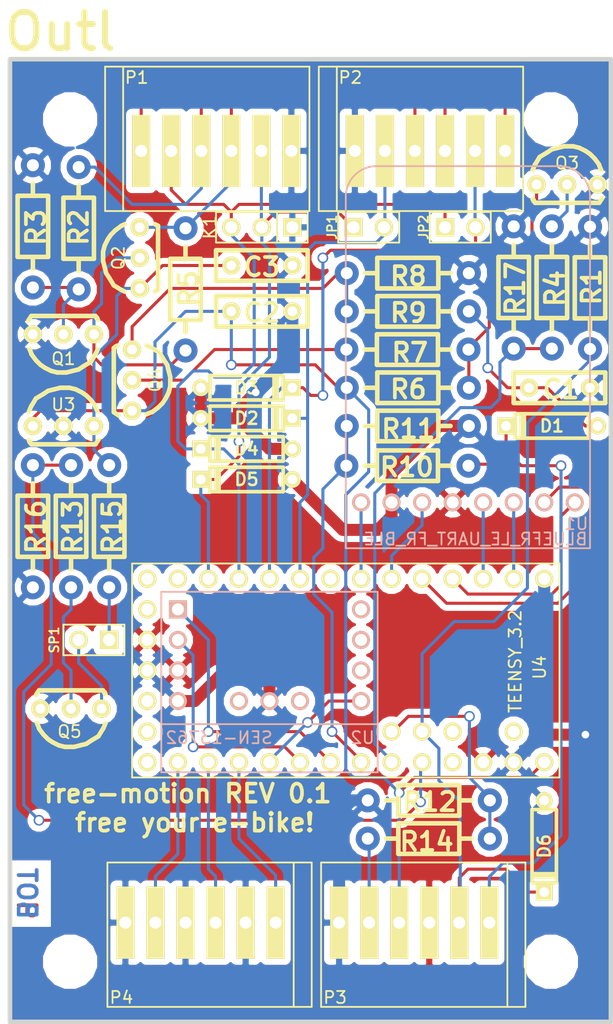
<source format=kicad_pcb>
(kicad_pcb (version 3) (host pcbnew "(2013-07-07 BZR 4022)-stable")
  (title_block (title freemotion) (rev 0.1))
  (layers (15 F.Cu signal) (0 B.Cu signal) (18 B.Paste user) (19 F.Paste user) (20 B.SilkS user) (21 F.SilkS user) (22 B.Mask user) (23 F.Mask user) (28 Edge.Cuts user))
  (net 0 "")
  (net 1 +12V)
  (net 2 +3.3V)
  (net 3 +5V)
  (net 4 AIN_C)
  (net 5 BLE_CTS)
  (net 6 BLE_DFU)
  (net 7 BLE_MOD)
  (net 8 BLE_RTS)
  (net 9 BLE_RXI)
  (net 10 BLE_TXO)
  (net 11 GND)
  (net 12 IMU_INT)
  (net 13 IMU_SCL)
  (net 14 IMU_SDA)
  (net 15 N-0000010)
  (net 16 N-0000011)
  (net 17 N-0000012)
  (net 18 N-0000013)
  (net 19 N-0000031)
  (net 20 N-0000033)
  (net 21 N-0000038)
  (net 22 N-0000043)
  (net 23 N-0000044)
  (net 24 N-0000046)
  (net 25 N-0000048)
  (net 26 N-000005)
  (net 27 N-0000051)
  (net 28 N-0000053)
  (net 29 N-0000054)
  (net 30 N-0000067)
  (net 31 N-000009)
  (net 32 PHD_C)
  (net 33 RXC)
  (net 34 RXD)
  (net 35 SPKR)
  (net 36 TMM_C)
  (net 37 TMM_FB)
  (net 38 TMM_OUT)
  (net 39 TXC)
  (net 40 TXD)
  (module Bluefruit_LE_UART (layer B.Cu) (at 165.735 80.01 180)
    (fp_text reference U1 (at -9.017 2.032 180) (layer B.SilkS) (effects (justify mirror)))
    (fp_text value BLUEFR_LE_UART_FR_BLE (at -0.635 0.762 180) (layer B.SilkS) (effects (justify mirror)))
    (pad 1 thru_hole circle (at -8.89 3.81 180) (size 1.5 1.5) (drill 1) (layers *.Cu *.Mask B.SilkS) (net 7 BLE_MOD))
    (pad 2 thru_hole circle (at -6.35 3.81 180) (size 1.5 1.5) (drill 1) (layers *.Cu *.Mask B.SilkS) (net 5 BLE_CTS))
    (pad 3 thru_hole circle (at -3.81 3.81 180) (size 1.5 1.5) (drill 1) (layers *.Cu *.Mask B.SilkS) (net 10 BLE_TXO))
    (pad 4 thru_hole circle (at -1.27 3.81 180) (size 1.5 1.5) (drill 1) (layers *.Cu *.Mask B.SilkS) (net 9 BLE_RXI))
    (pad 5 thru_hole circle (at 1.27 3.81 180) (size 1.5 1.5) (drill 1) (layers *.Cu *.Mask B.SilkS) (net 2 +3.3V))
    (pad 6 thru_hole circle (at 3.81 3.81 180) (size 1.5 1.5) (drill 1) (layers *.Cu *.Mask B.SilkS) (net 8 BLE_RTS))
    (pad 7 thru_hole circle (at 6.35 3.81 180) (size 1.5 1.5) (drill 1) (layers *.Cu *.Mask B.SilkS) (net 11 GND))
    (pad 8 thru_hole circle (at 8.89 3.81 180) (size 1.5 1.5) (drill 1) (layers *.Cu *.Mask B.SilkS) (net 6 BLE_DFU))
  )
  (module TO-92-FET-inline-wide-SGD (layer F.Cu) (at 138.43 55.88 180)
    (fp_text reference Q2 (at 1.778 0 270) (layer F.SilkS))
    (fp_text value LP0701N3-G hide)
    (pad G thru_hole circle (at 0 0 180) (size 1.524 1.524) (drill 0.8128) (layers *.Cu *.Mask F.SilkS) (net 18 N-0000013))
    (pad D thru_hole circle (at 0 2.54 180) (size 1.524 1.524) (drill 0.8128) (layers *.Cu *.Mask F.SilkS) (net 17 N-0000012))
    (pad S thru_hole circle (at 0 -2.54 180) (size 1.524 1.524) (drill 0.8128) (layers *.Cu *.Mask F.SilkS) (net 1 +12V))
  )
  (module Resistor_Horizontal_RM10mm_22Apr2011 (layer F.Cu) (at 129.54 53.34 90)
    (fp_text reference R3 (at 0 0.254 90) (layer F.SilkS) (effects (font (size 1.524 1.524) (thickness 0.3048))))
    (fp_text value 100R hide)
    (pad 1 thru_hole circle (at -5.00126 0 90) (size 1.99898 1.99898) (drill 1.00076) (layers *.Cu *.Mask) (net 15 N-0000010))
    (pad 2 thru_hole circle (at 5.15874 0 90) (size 1.99898 1.99898) (drill 1.00076) (layers *.Cu *.Mask) (net 11 GND))
  )
  (module Resistor_Horizontal_RM10mm_22Apr2011 (layer F.Cu) (at 132.715 78.105 270)
    (fp_text reference R13 (at 0.127 -0.127 270) (layer F.SilkS) (effects (font (size 1.524 1.524) (thickness 0.3048))))
    (fp_text value 1K hide)
    (pad 1 thru_hole circle (at -5.00126 0 270) (size 1.99898 1.99898) (drill 1.00076) (layers *.Cu *.Mask) (net 35 SPKR))
    (pad 2 thru_hole circle (at 5.15874 0 270) (size 1.99898 1.99898) (drill 1.00076) (layers *.Cu *.Mask) (net 19 N-0000031))
  )
  (module Resistor_Horizontal_RM10mm_22Apr2011 (layer F.Cu) (at 135.89 78.105 270)
    (fp_text reference R15 (at 0.127 -0.254 270) (layer F.SilkS) (effects (font (size 1.524 1.524) (thickness 0.3048))))
    (fp_text value 100R hide)
    (pad 1 thru_hole circle (at -5.00126 0 270) (size 1.99898 1.99898) (drill 1.00076) (layers *.Cu *.Mask) (net 1 +12V))
    (pad 2 thru_hole circle (at 5.15874 0 270) (size 1.99898 1.99898) (drill 1.00076) (layers *.Cu *.Mask) (net 27 N-0000051))
  )
  (module Resistor_Horizontal_RM10mm_22Apr2011 (layer F.Cu) (at 169.545 58.42 90)
    (fp_text reference R17 (at 0 0.127 90) (layer F.SilkS) (effects (font (size 1.524 1.524) (thickness 0.3048))))
    (fp_text value 1K1 hide)
    (pad 1 thru_hole circle (at -5.00126 0 90) (size 1.99898 1.99898) (drill 1.00076) (layers *.Cu *.Mask) (net 38 TMM_OUT))
    (pad 2 thru_hole circle (at 5.15874 0 90) (size 1.99898 1.99898) (drill 1.00076) (layers *.Cu *.Mask) (net 11 GND))
  )
  (module Resistor_Horizontal_RM10mm_22Apr2011 (layer F.Cu) (at 129.54 78.105 270)
    (fp_text reference R16 (at 0.127 -0.254 270) (layer F.SilkS) (effects (font (size 1.524 1.524) (thickness 0.3048))))
    (fp_text value 1K hide)
    (pad 1 thru_hole circle (at -5.00126 0 270) (size 1.99898 1.99898) (drill 1.00076) (layers *.Cu *.Mask) (net 35 SPKR))
    (pad 2 thru_hole circle (at 5.15874 0 270) (size 1.99898 1.99898) (drill 1.00076) (layers *.Cu *.Mask) (net 11 GND))
  )
  (module Resistor_Horizontal_RM10mm_22Apr2011 (layer F.Cu) (at 172.72 58.42 90)
    (fp_text reference R4 (at 0 0.254 90) (layer F.SilkS) (effects (font (size 1.524 1.524) (thickness 0.3048))))
    (fp_text value 1K hide)
    (pad 1 thru_hole circle (at -5.00126 0 90) (size 1.99898 1.99898) (drill 1.00076) (layers *.Cu *.Mask) (net 38 TMM_OUT))
    (pad 2 thru_hole circle (at 5.15874 0 90) (size 1.99898 1.99898) (drill 1.00076) (layers *.Cu *.Mask) (net 23 N-0000044))
  )
  (module Resistor_Horizontal_RM10mm_22Apr2011 (layer F.Cu) (at 160.655 57.15)
    (fp_text reference R8 (at 0.127 0.254) (layer F.SilkS) (effects (font (size 1.524 1.524) (thickness 0.3048))))
    (fp_text value 470R hide)
    (pad 1 thru_hole circle (at -5.00126 0) (size 1.99898 1.99898) (drill 1.00076) (layers *.Cu *.Mask) (net 25 N-0000048))
    (pad 2 thru_hole circle (at 5.15874 0) (size 1.99898 1.99898) (drill 1.00076) (layers *.Cu *.Mask) (net 11 GND))
  )
  (module Resistor_Horizontal_RM10mm_22Apr2011 (layer F.Cu) (at 160.782 63.5 180)
    (fp_text reference R7 (at -0.127 -0.254 180) (layer F.SilkS) (effects (font (size 1.524 1.524) (thickness 0.3048))))
    (fp_text value 1K hide)
    (pad 1 thru_hole circle (at -5.00126 0 180) (size 1.99898 1.99898) (drill 1.00076) (layers *.Cu *.Mask) (net 30 N-0000067))
    (pad 2 thru_hole circle (at 5.15874 0 180) (size 1.99898 1.99898) (drill 1.00076) (layers *.Cu *.Mask) (net 22 N-0000043))
  )
  (module Resistor_Horizontal_RM10mm_22Apr2011 (layer F.Cu) (at 160.655 60.325)
    (fp_text reference R9 (at 0.127 0.127) (layer F.SilkS) (effects (font (size 1.524 1.524) (thickness 0.3048))))
    (fp_text value 1K hide)
    (pad 1 thru_hole circle (at -5.00126 0) (size 1.99898 1.99898) (drill 1.00076) (layers *.Cu *.Mask) (net 25 N-0000048))
    (pad 2 thru_hole circle (at 5.15874 0) (size 1.99898 1.99898) (drill 1.00076) (layers *.Cu *.Mask) (net 21 N-0000038))
  )
  (module Resistor_Horizontal_RM10mm_22Apr2011 (layer F.Cu) (at 142.24 58.42 270)
    (fp_text reference R5 (at 0 -0.254 270) (layer F.SilkS) (effects (font (size 1.524 1.524) (thickness 0.3048))))
    (fp_text value 2K hide)
    (pad 1 thru_hole circle (at -5.00126 0 270) (size 1.99898 1.99898) (drill 1.00076) (layers *.Cu *.Mask) (net 17 N-0000012))
    (pad 2 thru_hole circle (at 5.15874 0 270) (size 1.99898 1.99898) (drill 1.00076) (layers *.Cu *.Mask) (net 18 N-0000013))
  )
  (module Resistor_Horizontal_RM10mm_22Apr2011 (layer F.Cu) (at 133.35 53.34 270)
    (fp_text reference R2 (at 0 0 270) (layer F.SilkS) (effects (font (size 1.524 1.524) (thickness 0.3048))))
    (fp_text value 1K hide)
    (pad 1 thru_hole circle (at -5.00126 0 270) (size 1.99898 1.99898) (drill 1.00076) (layers *.Cu *.Mask) (net 16 N-0000011))
    (pad 2 thru_hole circle (at 5.15874 0 270) (size 1.99898 1.99898) (drill 1.00076) (layers *.Cu *.Mask) (net 15 N-0000010))
  )
  (module Resistor_Horizontal_RM10mm_22Apr2011 (layer F.Cu) (at 160.782 73.152 180)
    (fp_text reference R10 (at 0.127 -0.127 180) (layer F.SilkS) (effects (font (size 1.524 1.524) (thickness 0.3048))))
    (fp_text value 3K9 hide)
    (pad 1 thru_hole circle (at -5.00126 0 180) (size 1.99898 1.99898) (drill 1.00076) (layers *.Cu *.Mask) (net 36 TMM_C))
    (pad 2 thru_hole circle (at 5.15874 0 180) (size 1.99898 1.99898) (drill 1.00076) (layers *.Cu *.Mask) (net 37 TMM_FB))
  )
  (module Resistor_Horizontal_RM10mm_22Apr2011 (layer F.Cu) (at 160.655 69.85)
    (fp_text reference R11 (at 0.127 0.254) (layer F.SilkS) (effects (font (size 1.524 1.524) (thickness 0.3048))))
    (fp_text value 2K hide)
    (pad 1 thru_hole circle (at -5.00126 0) (size 1.99898 1.99898) (drill 1.00076) (layers *.Cu *.Mask) (net 37 TMM_FB))
    (pad 2 thru_hole circle (at 5.15874 0) (size 1.99898 1.99898) (drill 1.00076) (layers *.Cu *.Mask) (net 11 GND))
  )
  (module Resistor_Horizontal_RM10mm_22Apr2011 (layer F.Cu) (at 162.56 104.14 180)
    (fp_text reference R14 (at 0.254 -0.254 180) (layer F.SilkS) (effects (font (size 1.524 1.524) (thickness 0.3048))))
    (fp_text value 3K9 hide)
    (pad 1 thru_hole circle (at -5.00126 0 180) (size 1.99898 1.99898) (drill 1.00076) (layers *.Cu *.Mask) (net 20 N-0000033))
    (pad 2 thru_hole circle (at 5.15874 0 180) (size 1.99898 1.99898) (drill 1.00076) (layers *.Cu *.Mask) (net 4 AIN_C))
  )
  (module Resistor_Horizontal_RM10mm_22Apr2011 (layer F.Cu) (at 162.56 100.965 180)
    (fp_text reference R12 (at 0 -0.127 180) (layer F.SilkS) (effects (font (size 1.524 1.524) (thickness 0.3048))))
    (fp_text value 2K hide)
    (pad 1 thru_hole circle (at -5.00126 0 180) (size 1.99898 1.99898) (drill 1.00076) (layers *.Cu *.Mask) (net 20 N-0000033))
    (pad 2 thru_hole circle (at 5.15874 0 180) (size 1.99898 1.99898) (drill 1.00076) (layers *.Cu *.Mask) (net 11 GND))
  )
  (module Resistor_Horizontal_RM10mm_22Apr2011 (layer F.Cu) (at 175.895 58.293 270)
    (fp_text reference R1 (at 0 -0.127 270) (layer F.SilkS) (effects (font (size 1.524 1.524) (thickness 0.3048))))
    (fp_text value 6K8 hide)
    (pad 1 thru_hole circle (at -5.00126 0 270) (size 1.99898 1.99898) (drill 1.00076) (layers *.Cu *.Mask) (net 11 GND))
    (pad 2 thru_hole circle (at 5.15874 0 270) (size 1.99898 1.99898) (drill 1.00076) (layers *.Cu *.Mask) (net 32 PHD_C))
  )
  (module Resistor_Horizontal_RM10mm_22Apr2011 (layer F.Cu) (at 160.655 66.675)
    (fp_text reference R6 (at 0.127 0.127) (layer F.SilkS) (effects (font (size 1.524 1.524) (thickness 0.3048))))
    (fp_text value 1K hide)
    (pad 1 thru_hole circle (at -5.00126 0) (size 1.99898 1.99898) (drill 1.00076) (layers *.Cu *.Mask) (net 3 +5V))
    (pad 2 thru_hole circle (at 5.15874 0) (size 1.99898 1.99898) (drill 1.00076) (layers *.Cu *.Mask) (net 30 N-0000067))
  )
  (module PIN_ARRAY_3X1 (layer F.Cu) (at 148.59 53.34 180)
    (fp_text reference K1 (at 4.318 0 270) (layer F.SilkS) (effects (font (size 1.016 1.016) (thickness 0.1524))))
    (fp_text value CONN_3 hide)
    (pad 1 thru_hole rect (at -2.54 0 180) (size 1.524 1.524) (drill 1.016) (layers *.Cu *.Mask F.SilkS) (net 11 GND))
    (pad 2 thru_hole circle (at 0 0 180) (size 1.524 1.524) (drill 1.016) (layers *.Cu *.Mask F.SilkS) (net 33 RXC))
    (pad 3 thru_hole circle (at 2.54 0 180) (size 1.524 1.524) (drill 1.016) (layers *.Cu *.Mask F.SilkS) (net 39 TXC))
  )
  (module PIN_ARRAY_2X1 (layer F.Cu) (at 134.62 87.63 180)
    (fp_text reference SP1 (at 3.302 0 270) (layer F.SilkS) (effects (font (size 0.762 0.762) (thickness 0.1524))))
    (fp_text value CPE-165 hide)
    (pad 1 thru_hole rect (at -1.27 0 180) (size 1.524 1.524) (drill 1.016) (layers *.Cu *.Mask F.SilkS) (net 27 N-0000051))
    (pad 2 thru_hole circle (at 1.27 0 180) (size 1.524 1.524) (drill 1.016) (layers *.Cu *.Mask F.SilkS) (net 31 N-000009))
  )
  (module PIN_ARRAY_2X1 (layer F.Cu) (at 165.1 53.34)
    (fp_text reference JP2 (at -3.048 0 90) (layer F.SilkS) (effects (font (size 0.762 0.762) (thickness 0.1524))))
    (fp_text value JUMPER hide)
    (pad 1 thru_hole rect (at -1.27 0) (size 1.524 1.524) (drill 1.016) (layers *.Cu *.Mask F.SilkS) (net 39 TXC))
    (pad 2 thru_hole circle (at 1.27 0) (size 1.524 1.524) (drill 1.016) (layers *.Cu *.Mask F.SilkS) (net 34 RXD))
  )
  (module PIN_ARRAY_2X1 (layer F.Cu) (at 157.48 53.34)
    (fp_text reference JP1 (at -3.048 0 90) (layer F.SilkS) (effects (font (size 0.762 0.762) (thickness 0.1524))))
    (fp_text value JUMPER hide)
    (pad 1 thru_hole rect (at -1.27 0) (size 1.524 1.524) (drill 1.016) (layers *.Cu *.Mask F.SilkS) (net 33 RXC))
    (pad 2 thru_hole circle (at 1.27 0) (size 1.524 1.524) (drill 1.016) (layers *.Cu *.Mask F.SilkS) (net 40 TXD))
  )
  (module D3 (layer F.Cu) (at 172.72 69.85 180)
    (fp_text reference D1 (at 0 0 180) (layer F.SilkS) (effects (font (size 1.016 1.016) (thickness 0.2032))))
    (fp_text value DIODE hide)
    (pad 2 thru_hole rect (at 3.81 0 180) (size 1.397 1.397) (drill 0.8128) (layers *.Cu *.Mask F.SilkS) (net 36 TMM_C))
    (pad 1 thru_hole circle (at -3.81 0 180) (size 1.397 1.397) (drill 0.8128) (layers *.Cu *.Mask F.SilkS) (net 21 N-0000038))
  )
  (module D3 (layer F.Cu) (at 147.32 74.295 180)
    (fp_text reference D5 (at 0 0 180) (layer F.SilkS) (effects (font (size 1.016 1.016) (thickness 0.2032))))
    (fp_text value "ZENER 5V" hide)
    (pad 2 thru_hole rect (at 3.81 0 180) (size 1.397 1.397) (drill 0.8128) (layers *.Cu *.Mask F.SilkS) (net 33 RXC))
    (pad 1 thru_hole circle (at -3.81 0 180) (size 1.397 1.397) (drill 0.8128) (layers *.Cu *.Mask F.SilkS) (net 11 GND))
  )
  (module D3 (layer F.Cu) (at 147.32 71.755 180)
    (fp_text reference D4 (at 0 0 180) (layer F.SilkS) (effects (font (size 1.016 1.016) (thickness 0.2032))))
    (fp_text value "ZENER 5V" hide)
    (pad 2 thru_hole rect (at 3.81 0 180) (size 1.397 1.397) (drill 0.8128) (layers *.Cu *.Mask F.SilkS) (net 39 TXC))
    (pad 1 thru_hole circle (at -3.81 0 180) (size 1.397 1.397) (drill 0.8128) (layers *.Cu *.Mask F.SilkS) (net 11 GND))
  )
  (module D3 (layer F.Cu) (at 147.32 69.215)
    (fp_text reference D2 (at 0 0) (layer F.SilkS) (effects (font (size 1.016 1.016) (thickness 0.2032))))
    (fp_text value "ZENER 5V" hide)
    (pad 2 thru_hole rect (at 3.81 0) (size 1.397 1.397) (drill 0.8128) (layers *.Cu *.Mask F.SilkS) (net 40 TXD))
    (pad 1 thru_hole circle (at -3.81 0) (size 1.397 1.397) (drill 0.8128) (layers *.Cu *.Mask F.SilkS) (net 11 GND))
  )
  (module D3 (layer F.Cu) (at 147.32 66.675)
    (fp_text reference D3 (at 0 0) (layer F.SilkS) (effects (font (size 1.016 1.016) (thickness 0.2032))))
    (fp_text value "ZENER 5V" hide)
    (pad 2 thru_hole rect (at 3.81 0) (size 1.397 1.397) (drill 0.8128) (layers *.Cu *.Mask F.SilkS) (net 34 RXD))
    (pad 1 thru_hole circle (at -3.81 0) (size 1.397 1.397) (drill 0.8128) (layers *.Cu *.Mask F.SilkS) (net 11 GND))
  )
  (module D3 (layer F.Cu) (at 172.085 104.775 270)
    (fp_text reference D6 (at 0 0 270) (layer F.SilkS) (effects (font (size 1.016 1.016) (thickness 0.2032))))
    (fp_text value "ZENER 5V" hide)
    (pad 2 thru_hole rect (at 3.81 0 270) (size 1.397 1.397) (drill 0.8128) (layers *.Cu *.Mask F.SilkS) (net 32 PHD_C))
    (pad 1 thru_hole circle (at -3.81 0 270) (size 1.397 1.397) (drill 0.8128) (layers *.Cu *.Mask F.SilkS) (net 11 GND))
  )
  (module Capacitor7x2.5RM5 (layer F.Cu) (at 146.05 60.325)
    (fp_text reference C2 (at 2.54 0.127) (layer F.SilkS) (effects (font (size 1.524 1.524) (thickness 0.3048))))
    (fp_text value 1uF hide)
    (pad 1 thru_hole circle (at 0 0) (size 1.50114 1.50114) (drill 0.8001) (layers *.Cu *.Mask F.SilkS) (net 3 +5V))
    (pad 2 thru_hole circle (at 5.08 0) (size 1.50114 1.50114) (drill 0.8001) (layers *.Cu *.Mask F.SilkS) (net 11 GND))
  )
  (module Capacitor7x2.5RM5 (layer F.Cu) (at 146.05 56.515)
    (fp_text reference C3 (at 2.54 0.127) (layer F.SilkS) (effects (font (size 1.524 1.524) (thickness 0.3048))))
    (fp_text value 1uF hide)
    (pad 1 thru_hole circle (at 0 0) (size 1.50114 1.50114) (drill 0.8001) (layers *.Cu *.Mask F.SilkS) (net 1 +12V))
    (pad 2 thru_hole circle (at 5.08 0) (size 1.50114 1.50114) (drill 0.8001) (layers *.Cu *.Mask F.SilkS) (net 11 GND))
  )
  (module Capacitor7x2.5RM5 (layer F.Cu) (at 170.815 66.675)
    (fp_text reference C1 (at 2.667 0.127) (layer F.SilkS) (effects (font (size 1.524 1.524) (thickness 0.3048))))
    (fp_text value 1uF hide)
    (pad 1 thru_hole circle (at 0 0) (size 1.50114 1.50114) (drill 0.8001) (layers *.Cu *.Mask F.SilkS) (net 21 N-0000038))
    (pad 2 thru_hole circle (at 5.08 0) (size 1.50114 1.50114) (drill 0.8001) (layers *.Cu *.Mask F.SilkS) (net 11 GND))
  )
  (module TO-92-Free-inline-wide (layer F.Cu) (at 132.715 93.345 270)
    (fp_text reference Q5 (at 1.905 0.127 360) (layer F.SilkS))
    (fp_text value BC547 hide)
    (pad 2 thru_hole circle (at 0 0 270) (size 1.524 1.524) (drill 0.8128) (layers *.Cu *.Mask F.SilkS) (net 19 N-0000031))
    (pad 3 thru_hole circle (at 0 2.54 270) (size 1.524 1.524) (drill 0.8128) (layers *.Cu *.Mask F.SilkS) (net 11 GND))
    (pad 1 thru_hole circle (at 0 -2.54 270) (size 1.524 1.524) (drill 0.8128) (layers *.Cu *.Mask F.SilkS) (net 31 N-000009))
  )
  (module TO-92-Free-inline-wide (layer F.Cu) (at 173.99 49.784 90)
    (fp_text reference Q3 (at 1.778 0 180) (layer F.SilkS))
    (fp_text value BC547 hide)
    (pad 2 thru_hole circle (at 0 0 90) (size 1.524 1.524) (drill 0.8128) (layers *.Cu *.Mask F.SilkS) (net 23 N-0000044))
    (pad 3 thru_hole circle (at 0 2.54 90) (size 1.524 1.524) (drill 0.8128) (layers *.Cu *.Mask F.SilkS) (net 11 GND))
    (pad 1 thru_hole circle (at 0 -2.54 90) (size 1.524 1.524) (drill 0.8128) (layers *.Cu *.Mask F.SilkS) (net 30 N-0000067))
  )
  (module TO-92-Free-inline-wide (layer F.Cu) (at 132.08 62.23 270)
    (fp_text reference Q1 (at 2.032 0 360) (layer F.SilkS))
    (fp_text value BC547 hide)
    (pad 2 thru_hole circle (at 0 0 270) (size 1.524 1.524) (drill 0.8128) (layers *.Cu *.Mask F.SilkS) (net 15 N-0000010))
    (pad 3 thru_hole circle (at 0 2.54 270) (size 1.524 1.524) (drill 0.8128) (layers *.Cu *.Mask F.SilkS) (net 11 GND))
    (pad 1 thru_hole circle (at 0 -2.54 270) (size 1.524 1.524) (drill 0.8128) (layers *.Cu *.Mask F.SilkS) (net 18 N-0000013))
  )
  (module TO-92-Free-inline-wide (layer F.Cu) (at 137.795 66.04)
    (fp_text reference Q4 (at 1.905 0 90) (layer F.SilkS))
    (fp_text value BC557 hide)
    (pad 2 thru_hole circle (at 0 0) (size 1.524 1.524) (drill 0.8128) (layers *.Cu *.Mask F.SilkS) (net 22 N-0000043))
    (pad 3 thru_hole circle (at 0 2.54) (size 1.524 1.524) (drill 0.8128) (layers *.Cu *.Mask F.SilkS) (net 3 +5V))
    (pad 1 thru_hole circle (at 0 -2.54) (size 1.524 1.524) (drill 0.8128) (layers *.Cu *.Mask F.SilkS) (net 25 N-0000048))
  )
  (module Phoenix_PTFSA_0.5 (layer F.Cu) (at 146.05 46.99)
    (fp_text reference P1 (at -7.874 -6.096) (layer F.SilkS))
    (fp_text value PHOENIX1989780 hide)
    (pad 1 thru_hole rect (at -7.5 0) (size 1.5 6) (drill 1) (layers *.Cu *.Mask F.SilkS) (net 26 N-000005))
    (pad 2 thru_hole rect (at -5 0) (size 1.5 6) (drill 1) (layers *.Cu *.Mask F.SilkS) (net 39 TXC))
    (pad 3 thru_hole rect (at -2.5 0) (size 1.5 6) (drill 1) (layers *.Cu *.Mask F.SilkS) (net 16 N-0000011))
    (pad 4 thru_hole rect (at 0 0) (size 1.5 6) (drill 1) (layers *.Cu *.Mask F.SilkS) (net 17 N-0000012))
    (pad 5 thru_hole rect (at 2.5 0) (size 1.5 6) (drill 1) (layers *.Cu *.Mask F.SilkS) (net 33 RXC))
    (pad 6 thru_hole rect (at 5 0) (size 1.5 6) (drill 1) (layers *.Cu *.Mask F.SilkS) (net 11 GND))
  )
  (module Phoenix_PTFSA_0.5 (layer F.Cu) (at 163.83 46.99)
    (fp_text reference P2 (at -7.874 -6.096) (layer F.SilkS))
    (fp_text value PHOENIX1989780 hide)
    (pad 1 thru_hole rect (at -7.5 0) (size 1.5 6) (drill 1) (layers *.Cu *.Mask F.SilkS) (net 11 GND))
    (pad 2 thru_hole rect (at -5 0) (size 1.5 6) (drill 1) (layers *.Cu *.Mask F.SilkS) (net 40 TXD))
    (pad 3 thru_hole rect (at -2.5 0) (size 1.5 6) (drill 1) (layers *.Cu *.Mask F.SilkS) (net 17 N-0000012))
    (pad 4 thru_hole rect (at 0 0) (size 1.5 6) (drill 1) (layers *.Cu *.Mask F.SilkS) (net 16 N-0000011))
    (pad 5 thru_hole rect (at 2.5 0) (size 1.5 6) (drill 1) (layers *.Cu *.Mask F.SilkS) (net 34 RXD))
    (pad 6 thru_hole rect (at 5 0) (size 1.5 6) (drill 1) (layers *.Cu *.Mask F.SilkS) (net 26 N-000005))
  )
  (module Phoenix_PTFSA_0.5 (layer F.Cu) (at 160.02 111.125 180)
    (fp_text reference P3 (at 5.334 -6.223 180) (layer F.SilkS))
    (fp_text value PHOENIX1989780 hide)
    (pad 1 thru_hole rect (at -7.5 0 180) (size 1.5 6) (drill 1) (layers *.Cu *.Mask F.SilkS) (net 36 TMM_C))
    (pad 2 thru_hole rect (at -5 0 180) (size 1.5 6) (drill 1) (layers *.Cu *.Mask F.SilkS) (net 32 PHD_C))
    (pad 3 thru_hole rect (at -2.5 0 180) (size 1.5 6) (drill 1) (layers *.Cu *.Mask F.SilkS) (net 2 +3.3V))
    (pad 4 thru_hole rect (at 0 0 180) (size 1.5 6) (drill 1) (layers *.Cu *.Mask F.SilkS) (net 3 +5V))
    (pad 5 thru_hole rect (at 2.5 0 180) (size 1.5 6) (drill 1) (layers *.Cu *.Mask F.SilkS) (net 4 AIN_C))
    (pad 6 thru_hole rect (at 5 0 180) (size 1.5 6) (drill 1) (layers *.Cu *.Mask F.SilkS) (net 11 GND))
  )
  (module Phoenix_PTFSA_0.5 (layer F.Cu) (at 142.24 111.125 180)
    (fp_text reference P4 (at 5.334 -6.223 180) (layer F.SilkS))
    (fp_text value PHOENIX1989780 hide)
    (pad 1 thru_hole rect (at -7.5 0 180) (size 1.5 6) (drill 1) (layers *.Cu *.Mask F.SilkS) (net 28 N-0000053))
    (pad 2 thru_hole rect (at -5 0 180) (size 1.5 6) (drill 1) (layers *.Cu *.Mask F.SilkS) (net 11 GND))
    (pad 3 thru_hole rect (at -2.5 0 180) (size 1.5 6) (drill 1) (layers *.Cu *.Mask F.SilkS) (net 29 N-0000054))
    (pad 4 thru_hole rect (at 0 0 180) (size 1.5 6) (drill 1) (layers *.Cu *.Mask F.SilkS) (net 11 GND))
    (pad 5 thru_hole rect (at 2.5 0 180) (size 1.5 6) (drill 1) (layers *.Cu *.Mask F.SilkS) (net 24 N-0000046))
    (pad 6 thru_hole rect (at 5 0 180) (size 1.5 6) (drill 1) (layers *.Cu *.Mask F.SilkS) (net 11 GND))
  )
  (module SEN-13762 (layer B.Cu) (at 149.225 90.17)
    (fp_text reference U2 (at 7.747 5.588) (layer B.SilkS) (effects (justify mirror)))
    (fp_text value SEN-13762 (at -4.191 5.588) (layer B.SilkS) (effects (justify mirror)))
    (pad 1 thru_hole rect (at -7.62 -5.08) (size 1.5 1.5) (drill 1) (layers *.Cu *.Mask B.SilkS) (net 13 IMU_SCL))
    (pad 2 thru_hole circle (at -7.62 -2.54) (size 1.5 1.5) (drill 1) (layers *.Cu *.Mask B.SilkS) (net 14 IMU_SDA))
    (pad 3 thru_hole circle (at -7.62 0) (size 1.5 1.5) (drill 1) (layers *.Cu *.Mask B.SilkS) (net 2 +3.3V))
    (pad 4 thru_hole circle (at -7.62 2.54) (size 1.5 1.5) (drill 1) (layers *.Cu *.Mask B.SilkS) (net 11 GND))
    (pad 5 thru_hole circle (at -2.54 2.54) (size 1.5 1.5) (drill 1) (layers *.Cu *.Mask B.SilkS))
    (pad 6 thru_hole circle (at 0 2.54) (size 1.5 1.5) (drill 1) (layers *.Cu *.Mask B.SilkS) (net 11 GND))
    (pad 7 thru_hole circle (at 2.54 2.54) (size 1.5 1.5) (drill 1) (layers *.Cu *.Mask B.SilkS))
    (pad 8 thru_hole circle (at 7.62 2.54) (size 1.5 1.5) (drill 1) (layers *.Cu *.Mask B.SilkS) (net 12 IMU_INT))
    (pad 9 thru_hole circle (at 7.62 0) (size 1.5 1.5) (drill 1) (layers *.Cu *.Mask B.SilkS))
    (pad 10 thru_hole circle (at 7.62 -2.54) (size 1.5 1.5) (drill 1) (layers *.Cu *.Mask B.SilkS))
    (pad 11 thru_hole circle (at 7.62 -5.08) (size 1.5 1.5) (drill 1) (layers *.Cu *.Mask B.SilkS))
  )
  (module TO-92-LM78L05 (layer F.Cu) (at 132.08 69.85 90)
    (fp_text reference U3 (at 1.778 0 180) (layer F.SilkS))
    (fp_text value 78L05 hide)
    (pad GND thru_hole circle (at 0 0 90) (size 1.524 1.524) (drill 0.8128) (layers *.Cu *.Mask F.SilkS) (net 11 GND))
    (pad VI thru_hole circle (at 0 2.54 90) (size 1.524 1.524) (drill 0.8128) (layers *.Cu *.Mask F.SilkS) (net 1 +12V))
    (pad VO thru_hole circle (at 0 -2.54 90) (size 1.524 1.524) (drill 0.8128) (layers *.Cu *.Mask F.SilkS) (net 3 +5V))
  )
  (module TEENSY3.2 (layer F.Cu) (at 172.085 82.55 270)
    (fp_text reference U4 (at 7.366 0.381 270) (layer F.SilkS))
    (fp_text value TEENSY_3.2 (at 6.858 2.413 270) (layer F.SilkS))
    (pad 1 thru_hole circle (at 0 0 270) (size 1.5 1.5) (drill 1) (layers *.Cu *.Mask F.SilkS) (net 11 GND))
    (pad 2 thru_hole circle (at 0 2.54 270) (size 1.5 1.5) (drill 1) (layers *.Cu *.Mask F.SilkS) (net 10 BLE_TXO))
    (pad 3 thru_hole circle (at 0 5.08 270) (size 1.5 1.5) (drill 1) (layers *.Cu *.Mask F.SilkS) (net 9 BLE_RXI))
    (pad 4 thru_hole circle (at 0 7.62 270) (size 1.5 1.5) (drill 1) (layers *.Cu *.Mask F.SilkS) (net 7 BLE_MOD))
    (pad 5 thru_hole circle (at 0 10.16 270) (size 1.5 1.5) (drill 1) (layers *.Cu *.Mask F.SilkS) (net 5 BLE_CTS))
    (pad 6 thru_hole circle (at 0 12.7 270) (size 1.5 1.5) (drill 1) (layers *.Cu *.Mask F.SilkS) (net 8 BLE_RTS))
    (pad 7 thru_hole circle (at 0 15.24 270) (size 1.5 1.5) (drill 1) (layers *.Cu *.Mask F.SilkS) (net 6 BLE_DFU))
    (pad 8 thru_hole circle (at 0 17.78 270) (size 1.5 1.5) (drill 1) (layers *.Cu *.Mask F.SilkS))
    (pad 9 thru_hole circle (at 0 20.32 270) (size 1.5 1.5) (drill 1) (layers *.Cu *.Mask F.SilkS) (net 40 TXD))
    (pad 10 thru_hole circle (at 0 22.86 270) (size 1.5 1.5) (drill 1) (layers *.Cu *.Mask F.SilkS) (net 34 RXD))
    (pad 11 thru_hole circle (at 0 25.4 270) (size 1.5 1.5) (drill 1) (layers *.Cu *.Mask F.SilkS) (net 39 TXC))
    (pad 12 thru_hole circle (at 0 27.94 270) (size 1.5 1.5) (drill 1) (layers *.Cu *.Mask F.SilkS) (net 33 RXC))
    (pad 13 thru_hole circle (at 0 30.48 270) (size 1.5 1.5) (drill 1) (layers *.Cu *.Mask F.SilkS))
    (pad 47 thru_hole circle (at 2.54 33.02 270) (size 1.5 1.5) (drill 1) (layers *.Cu *.Mask F.SilkS))
    (pad 46 thru_hole circle (at 12.7 2.54 270) (size 1.5 1.5) (drill 1) (layers *.Cu *.Mask F.SilkS))
    (pad 48 thru_hole circle (at 5.08 33.02 270) (size 1.5 1.5) (drill 1) (layers *.Cu *.Mask F.SilkS) (net 2 +3.3V))
    (pad 49 thru_hole circle (at 7.62 33.02 270) (size 1.5 1.5) (drill 1) (layers *.Cu *.Mask F.SilkS) (net 11 GND))
    (pad 50 thru_hole circle (at 10.16 33.02 270) (size 1.5 1.5) (drill 1) (layers *.Cu *.Mask F.SilkS))
    (pad 51 thru_hole circle (at 12.7 33.02 270) (size 1.5 1.5) (drill 1) (layers *.Cu *.Mask F.SilkS))
    (pad 15 thru_hole circle (at 15.24 33.02 270) (size 1.5 1.5) (drill 1) (layers *.Cu *.Mask F.SilkS))
    (pad 16 thru_hole circle (at 15.24 30.48 270) (size 1.5 1.5) (drill 1) (layers *.Cu *.Mask F.SilkS) (net 24 N-0000046))
    (pad 17 thru_hole circle (at 15.24 27.94 270) (size 1.5 1.5) (drill 1) (layers *.Cu *.Mask F.SilkS) (net 29 N-0000054))
    (pad 18 thru_hole circle (at 15.24 25.4 270) (size 1.5 1.5) (drill 1) (layers *.Cu *.Mask F.SilkS) (net 28 N-0000053))
    (pad 19 thru_hole circle (at 15.24 22.86 270) (size 1.5 1.5) (drill 1) (layers *.Cu *.Mask F.SilkS) (net 12 IMU_INT))
    (pad 20 thru_hole circle (at 15.24 20.32 270) (size 1.5 1.5) (drill 1) (layers *.Cu *.Mask F.SilkS) (net 14 IMU_SDA))
    (pad 21 thru_hole circle (at 15.24 17.78 270) (size 1.5 1.5) (drill 1) (layers *.Cu *.Mask F.SilkS) (net 13 IMU_SCL))
    (pad 22 thru_hole circle (at 15.24 15.24 270) (size 1.5 1.5) (drill 1) (layers *.Cu *.Mask F.SilkS) (net 37 TMM_FB))
    (pad 23 thru_hole circle (at 15.24 12.7 270) (size 1.5 1.5) (drill 1) (layers *.Cu *.Mask F.SilkS) (net 38 TMM_OUT))
    (pad 24 thru_hole circle (at 15.24 10.16 270) (size 1.5 1.5) (drill 1) (layers *.Cu *.Mask F.SilkS) (net 35 SPKR))
    (pad 25 thru_hole circle (at 15.24 7.62 270) (size 1.5 1.5) (drill 1) (layers *.Cu *.Mask F.SilkS))
    (pad 26 thru_hole circle (at 15.24 5.08 270) (size 1.5 1.5) (drill 1) (layers *.Cu *.Mask F.SilkS) (net 2 +3.3V))
    (pad 27 thru_hole circle (at 15.24 2.54 270) (size 1.5 1.5) (drill 1) (layers *.Cu *.Mask F.SilkS) (net 11 GND))
    (pad 14 thru_hole circle (at 0 33.02 270) (size 1.5 1.5) (drill 1) (layers *.Cu *.Mask F.SilkS))
    (pad 28 thru_hole circle (at 15.24 0 270) (size 1.5 1.5) (drill 1) (layers *.Cu *.Mask F.SilkS) (net 3 +5V))
    (pad 43 thru_hole circle (at 12.7 12.7 270) (size 1.5 1.5) (drill 1) (layers *.Cu *.Mask F.SilkS) (net 20 N-0000033))
    (pad 44 thru_hole circle (at 12.7 10.16 270) (size 1.5 1.5) (drill 1) (layers *.Cu *.Mask F.SilkS) (net 32 PHD_C))
    (pad 45 thru_hole circle (at 12.7 7.62 270) (size 1.5 1.5) (drill 1) (layers *.Cu *.Mask F.SilkS))
  )
  (module EuroBoard_viertel_Type-I_80mmX50mm_holes (layer F.Cu) (at 127.635 39.37 270)
    (fp_text reference Outl (at -2.286 -4.191 360) (layer F.SilkS) (effects (font (size 2.99974 2.99974) (thickness 0.50038))))
    (fp_text value EuroBoard_viertel_Type-I_80mmX50mm_holes hide)
    (fp_line (start 0 0) (end 0 -49.9999) (layer Edge.Cuts) (width 0.381))
    (fp_line (start 0 -49.9999) (end 79.99984 -49.9999) (layer Edge.Cuts) (width 0.381))
    (fp_line (start 79.99984 -49.9999) (end 79.99984 0) (layer Edge.Cuts) (width 0.381))
    (fp_line (start 79.99984 0) (end 0 0) (layer Edge.Cuts) (width 0.381))
    (pad "" np_thru_hole circle (at 5.00126 -5.00126 270) (size 3.50012 3.50012) (drill 3.50012) (layers *.Cu *.Mask F.SilkS))
    (pad "" np_thru_hole circle (at 5.00126 -45.00118 270) (size 3.50012 3.50012) (drill 3.50012) (layers *.Cu *.Mask F.SilkS))
    (pad "" np_thru_hole circle (at 75.00112 -45.00118 270) (size 3.50012 3.50012) (drill 3.50012) (layers *.Cu *.Mask F.SilkS))
    (pad "" np_thru_hole circle (at 75.00112 -5.00126 270) (size 3.50012 3.50012) (drill 3.50012) (layers *.Cu *.Mask F.SilkS))
  )
  (gr_text BOT (at 129.032 108.712 270) (layer B.Cu) (effects (font (size 1.5 1.5) (thickness 0.3)) (justify mirror)))
  (gr_text TOP (at 129.032 108.712 270) (layer F.Cu) (effects (font (size 1.5 1.5) (thickness 0.3))))
  (gr_text "free-motion REV 0.1 \nfree your e-bike!" (at 143.002 101.6) (layer F.SilkS) (effects (font (size 1.5 1.5) (thickness 0.3))))
  (segment (start 134.62 69.85) (end 134.62 64.135) (width 0.254) (layer B.Cu) (net 1))
  (segment (start 137.16 58.42) (end 138.43 58.42) (width 0.254) (layer B.Cu) (net 1))
  (segment (start 136.525 59.055) (end 137.16 58.42) (width 0.254) (layer B.Cu) (net 1))
  (segment (start 136.525 62.23) (end 136.525 59.055) (width 0.254) (layer B.Cu) (net 1))
  (segment (start 134.62 64.135) (end 136.525 62.23) (width 0.254) (layer B.Cu) (net 1))
  (segment (start 134.62 69.85) (end 134.62 71.83374) (width 0.254) (layer B.Cu) (net 1))
  (segment (start 134.62 71.83374) (end 135.89 73.10374) (width 0.254) (layer B.Cu) (net 1))
  (segment (start 146.05 56.515) (end 140.335 56.515) (width 0.254) (layer F.Cu) (net 1))
  (segment (start 140.335 56.515) (end 138.43 58.42) (width 0.254) (layer F.Cu) (net 1))
  (segment (start 172.085 97.79) (end 170.815 99.06) (width 0.254) (layer F.Cu) (net 3))
  (via (at 160.02 100.33) (size 0.889) (layers F.Cu B.Cu) (net 3))
  (segment (start 161.29 99.06) (end 160.02 100.33) (width 0.254) (layer F.Cu) (net 3))
  (segment (start 170.815 99.06) (end 161.29 99.06) (width 0.254) (layer F.Cu) (net 3))
  (segment (start 155.65374 66.675) (end 157.48 68.50126) (width 0.254) (layer B.Cu) (net 3))
  (segment (start 160.02 100.33) (end 160.02 111.125) (width 0.254) (layer B.Cu) (net 3))
  (segment (start 158.75 99.06) (end 160.02 100.33) (width 0.254) (layer B.Cu) (net 3))
  (segment (start 158.115 99.06) (end 158.75 99.06) (width 0.254) (layer B.Cu) (net 3))
  (segment (start 156.21 99.06) (end 158.115 99.06) (width 0.254) (layer B.Cu) (net 3))
  (segment (start 155.575 98.425) (end 156.21 99.06) (width 0.254) (layer B.Cu) (net 3))
  (segment (start 155.575 75.565) (end 155.575 98.425) (width 0.254) (layer B.Cu) (net 3))
  (segment (start 156.21 74.93) (end 155.575 75.565) (width 0.254) (layer B.Cu) (net 3))
  (segment (start 157.48 73.66) (end 156.21 74.93) (width 0.254) (layer B.Cu) (net 3))
  (segment (start 157.48 68.50126) (end 157.48 73.66) (width 0.254) (layer B.Cu) (net 3))
  (segment (start 155.65374 66.675) (end 154.94 66.675) (width 0.254) (layer F.Cu) (net 3))
  (segment (start 146.05 64.77) (end 146.05 60.325) (width 0.254) (layer B.Cu) (net 3))
  (via (at 146.05 64.77) (size 0.889) (layers F.Cu B.Cu) (net 3))
  (segment (start 153.035 64.77) (end 146.05 64.77) (width 0.254) (layer F.Cu) (net 3))
  (segment (start 154.94 66.675) (end 153.035 64.77) (width 0.254) (layer F.Cu) (net 3))
  (segment (start 146.05 60.325) (end 142.24 60.325) (width 0.254) (layer B.Cu) (net 3))
  (segment (start 138.938 68.58) (end 137.795 68.58) (width 0.254) (layer B.Cu) (net 3))
  (segment (start 139.7 67.818) (end 138.938 68.58) (width 0.254) (layer B.Cu) (net 3))
  (segment (start 139.7 62.865) (end 139.7 67.818) (width 0.254) (layer B.Cu) (net 3))
  (segment (start 142.24 60.325) (end 139.7 62.865) (width 0.254) (layer B.Cu) (net 3))
  (segment (start 129.54 69.85) (end 129.54 69.215) (width 0.254) (layer F.Cu) (net 3))
  (segment (start 130.175 68.58) (end 137.795 68.58) (width 0.254) (layer F.Cu) (net 3))
  (segment (start 129.54 69.215) (end 130.175 68.58) (width 0.254) (layer F.Cu) (net 3))
  (segment (start 157.52 111.125) (end 157.52 104.25874) (width 0.254) (layer B.Cu) (net 4))
  (segment (start 157.52 104.25874) (end 157.40126 104.14) (width 0.254) (layer B.Cu) (net 4))
  (segment (start 172.085 76.2) (end 173.355 74.93) (width 0.254) (layer F.Cu) (net 5))
  (segment (start 163.957 84.582) (end 161.925 82.55) (width 0.254) (layer F.Cu) (net 5))
  (segment (start 173.228 84.582) (end 163.957 84.582) (width 0.254) (layer F.Cu) (net 5))
  (segment (start 174.244 83.566) (end 173.228 84.582) (width 0.254) (layer F.Cu) (net 5))
  (segment (start 174.244 78.74) (end 174.244 83.566) (width 0.254) (layer F.Cu) (net 5))
  (segment (start 176.022 76.962) (end 174.244 78.74) (width 0.254) (layer F.Cu) (net 5))
  (segment (start 176.022 75.692) (end 176.022 76.962) (width 0.254) (layer F.Cu) (net 5))
  (segment (start 175.26 74.93) (end 176.022 75.692) (width 0.254) (layer F.Cu) (net 5))
  (segment (start 173.355 74.93) (end 175.26 74.93) (width 0.254) (layer F.Cu) (net 5))
  (segment (start 156.845 76.2) (end 156.845 82.55) (width 0.254) (layer B.Cu) (net 6))
  (segment (start 174.625 76.2) (end 173.482 77.343) (width 0.254) (layer F.Cu) (net 7))
  (segment (start 165.735 83.82) (end 164.465 82.55) (width 0.254) (layer F.Cu) (net 7))
  (segment (start 172.72 83.82) (end 165.735 83.82) (width 0.254) (layer F.Cu) (net 7))
  (segment (start 173.482 83.058) (end 172.72 83.82) (width 0.254) (layer F.Cu) (net 7))
  (segment (start 173.482 77.343) (end 173.482 83.058) (width 0.254) (layer F.Cu) (net 7))
  (segment (start 161.925 76.2) (end 161.925 78.105) (width 0.254) (layer B.Cu) (net 8))
  (segment (start 159.385 80.645) (end 159.385 82.55) (width 0.254) (layer B.Cu) (net 8))
  (segment (start 161.925 78.105) (end 159.385 80.645) (width 0.254) (layer B.Cu) (net 8))
  (segment (start 167.005 76.2) (end 167.005 82.55) (width 0.254) (layer B.Cu) (net 9))
  (segment (start 169.545 76.2) (end 169.545 82.55) (width 0.254) (layer B.Cu) (net 10))
  (segment (start 143.51 69.215) (end 143.51 66.675) (width 1) (layer F.Cu) (net 11))
  (segment (start 151.13 60.325) (end 151.13 64.008) (width 1) (layer B.Cu) (net 11))
  (segment (start 146.685 68.453) (end 146.685 69.215) (width 1) (layer F.Cu) (net 11))
  (segment (start 148.082 67.056) (end 146.685 68.453) (width 1) (layer F.Cu) (net 11))
  (via (at 148.082 67.056) (size 0.889) (layers F.Cu B.Cu) (net 11))
  (segment (start 151.13 64.008) (end 148.082 67.056) (width 1) (layer B.Cu) (net 11))
  (segment (start 169.545 97.79) (end 171.831 95.504) (width 1) (layer F.Cu) (net 11))
  (via (at 175.514 95.504) (size 0.889) (layers F.Cu B.Cu) (net 11))
  (segment (start 171.831 95.504) (end 175.514 95.504) (width 1) (layer F.Cu) (net 11))
  (segment (start 157.40126 100.965) (end 156.083 100.965) (width 1) (layer B.Cu) (net 11))
  (segment (start 155.02 102.028) (end 155.02 111.125) (width 1) (layer B.Cu) (net 11))
  (segment (start 156.083 100.965) (end 155.02 102.028) (width 1) (layer B.Cu) (net 11))
  (segment (start 172.085 82.55) (end 172.085 95.25) (width 1) (layer B.Cu) (net 11))
  (segment (start 172.085 95.25) (end 169.545 97.79) (width 1) (layer B.Cu) (net 11))
  (segment (start 143.51 69.215) (end 146.685 69.215) (width 1) (layer F.Cu) (net 11))
  (segment (start 149.225 71.755) (end 151.13 71.755) (width 1) (layer F.Cu) (net 11))
  (segment (start 146.685 69.215) (end 149.225 71.755) (width 1) (layer F.Cu) (net 11))
  (segment (start 151.13 74.295) (end 155.321 78.486) (width 1) (layer F.Cu) (net 11))
  (segment (start 163.322 69.85) (end 165.81374 69.85) (width 1) (layer F.Cu) (net 11))
  (segment (start 159.385 73.787) (end 163.322 69.85) (width 1) (layer F.Cu) (net 11))
  (segment (start 159.385 77.343) (end 159.385 73.787) (width 1) (layer F.Cu) (net 11))
  (segment (start 158.242 78.486) (end 159.385 77.343) (width 1) (layer F.Cu) (net 11))
  (segment (start 155.321 78.486) (end 158.242 78.486) (width 1) (layer F.Cu) (net 11))
  (segment (start 141.605 92.71) (end 143.002 92.71) (width 1) (layer F.Cu) (net 11))
  (segment (start 149.225 91.313) (end 149.225 92.71) (width 1) (layer F.Cu) (net 11))
  (segment (start 148.59 90.678) (end 149.225 91.313) (width 1) (layer F.Cu) (net 11))
  (segment (start 145.034 90.678) (end 148.59 90.678) (width 1) (layer F.Cu) (net 11))
  (segment (start 143.002 92.71) (end 145.034 90.678) (width 1) (layer F.Cu) (net 11))
  (segment (start 156.845 92.71) (end 154.178 92.71) (width 0.254) (layer F.Cu) (net 12))
  (segment (start 149.225 97.663) (end 149.225 97.79) (width 0.254) (layer B.Cu) (net 12))
  (segment (start 152.4 94.488) (end 149.225 97.663) (width 0.254) (layer B.Cu) (net 12))
  (via (at 152.4 94.488) (size 0.889) (layers F.Cu B.Cu) (net 12))
  (segment (start 154.178 92.71) (end 152.4 94.488) (width 0.254) (layer F.Cu) (net 12))
  (segment (start 141.605 85.09) (end 143.51 86.995) (width 0.254) (layer B.Cu) (net 13))
  (segment (start 151.765 95.25) (end 154.305 97.79) (width 0.254) (layer F.Cu) (net 13))
  (segment (start 144.145 95.25) (end 151.765 95.25) (width 0.254) (layer F.Cu) (net 13))
  (via (at 144.145 95.25) (size 0.889) (layers F.Cu B.Cu) (net 13))
  (segment (start 144.145 87.63) (end 144.145 95.25) (width 0.254) (layer B.Cu) (net 13))
  (segment (start 143.51 86.995) (end 144.145 87.63) (width 0.254) (layer B.Cu) (net 13))
  (segment (start 141.605 87.63) (end 142.875 88.9) (width 0.254) (layer B.Cu) (net 14))
  (segment (start 150.495 96.52) (end 151.765 97.79) (width 0.254) (layer F.Cu) (net 14))
  (segment (start 142.875 96.52) (end 150.495 96.52) (width 0.254) (layer F.Cu) (net 14))
  (via (at 142.875 96.52) (size 0.889) (layers F.Cu B.Cu) (net 14))
  (segment (start 142.875 88.9) (end 142.875 96.52) (width 0.254) (layer B.Cu) (net 14))
  (segment (start 132.08 59.76874) (end 133.35 58.49874) (width 0.254) (layer B.Cu) (net 15))
  (segment (start 132.08 62.23) (end 132.08 59.76874) (width 0.254) (layer B.Cu) (net 15))
  (segment (start 129.54 58.34126) (end 133.19252 58.34126) (width 0.254) (layer F.Cu) (net 15))
  (segment (start 133.19252 58.34126) (end 133.35 58.49874) (width 0.254) (layer F.Cu) (net 15))
  (segment (start 143.55 46.99) (end 143.55 50.125) (width 0.254) (layer B.Cu) (net 16))
  (segment (start 134.69874 48.33874) (end 133.35 48.33874) (width 0.254) (layer B.Cu) (net 16))
  (segment (start 137.795 51.435) (end 134.69874 48.33874) (width 0.254) (layer B.Cu) (net 16))
  (segment (start 142.24 51.435) (end 137.795 51.435) (width 0.254) (layer B.Cu) (net 16))
  (segment (start 143.55 50.125) (end 142.24 51.435) (width 0.254) (layer B.Cu) (net 16))
  (segment (start 143.55 46.99) (end 143.55 42.505) (width 0.254) (layer F.Cu) (net 16))
  (segment (start 163.83 42.545) (end 163.83 46.99) (width 0.254) (layer F.Cu) (net 16))
  (segment (start 163.068 41.783) (end 163.83 42.545) (width 0.254) (layer F.Cu) (net 16))
  (segment (start 144.272 41.783) (end 163.068 41.783) (width 0.254) (layer F.Cu) (net 16))
  (segment (start 143.55 42.505) (end 144.272 41.783) (width 0.254) (layer F.Cu) (net 16))
  (segment (start 146.05 46.99) (end 146.05 43.18) (width 0.254) (layer F.Cu) (net 17))
  (segment (start 161.33 43.22) (end 161.33 46.99) (width 0.254) (layer F.Cu) (net 17))
  (segment (start 160.782 42.672) (end 161.33 43.22) (width 0.254) (layer F.Cu) (net 17))
  (segment (start 146.558 42.672) (end 160.782 42.672) (width 0.254) (layer F.Cu) (net 17))
  (segment (start 146.05 43.18) (end 146.558 42.672) (width 0.254) (layer F.Cu) (net 17))
  (segment (start 146.05 46.99) (end 146.05 49.60874) (width 0.254) (layer B.Cu) (net 17))
  (segment (start 142.31874 53.34) (end 138.43 53.34) (width 0.254) (layer B.Cu) (net 17))
  (segment (start 146.05 49.60874) (end 142.31874 53.34) (width 0.254) (layer B.Cu) (net 17))
  (segment (start 134.62 62.23) (end 134.62 62.865) (width 0.254) (layer F.Cu) (net 18))
  (segment (start 141.04874 64.77) (end 142.24 63.57874) (width 0.254) (layer F.Cu) (net 18))
  (segment (start 135.255 64.77) (end 141.04874 64.77) (width 0.254) (layer F.Cu) (net 18))
  (segment (start 134.62 64.135) (end 135.255 64.77) (width 0.254) (layer F.Cu) (net 18))
  (segment (start 134.62 62.865) (end 134.62 64.135) (width 0.254) (layer F.Cu) (net 18))
  (segment (start 136.525 55.88) (end 138.43 55.88) (width 0.254) (layer B.Cu) (net 18))
  (segment (start 135.255 57.15) (end 136.525 55.88) (width 0.254) (layer B.Cu) (net 18))
  (segment (start 135.255 59.69) (end 135.255 57.15) (width 0.254) (layer B.Cu) (net 18))
  (segment (start 134.62 60.325) (end 135.255 59.69) (width 0.254) (layer B.Cu) (net 18))
  (segment (start 134.62 62.23) (end 134.62 60.325) (width 0.254) (layer B.Cu) (net 18))
  (segment (start 132.715 83.26374) (end 132.715 85.09) (width 0.254) (layer B.Cu) (net 19))
  (segment (start 132.715 90.17) (end 132.715 93.345) (width 0.254) (layer B.Cu) (net 19))
  (segment (start 132.08 89.535) (end 132.715 90.17) (width 0.254) (layer B.Cu) (net 19))
  (segment (start 132.08 85.725) (end 132.08 89.535) (width 0.254) (layer B.Cu) (net 19))
  (segment (start 132.715 85.09) (end 132.08 85.725) (width 0.254) (layer B.Cu) (net 19))
  (segment (start 167.56126 100.965) (end 167.56126 100.75926) (width 0.254) (layer B.Cu) (net 20))
  (segment (start 159.512 95.25) (end 159.385 95.25) (width 0.254) (layer F.Cu) (net 20))
  (segment (start 160.782 93.98) (end 159.512 95.25) (width 0.254) (layer F.Cu) (net 20))
  (segment (start 165.862 93.98) (end 160.782 93.98) (width 0.254) (layer F.Cu) (net 20))
  (via (at 165.862 93.98) (size 0.889) (layers F.Cu B.Cu) (net 20))
  (segment (start 165.862 99.06) (end 165.862 93.98) (width 0.254) (layer B.Cu) (net 20))
  (segment (start 167.56126 100.75926) (end 165.862 99.06) (width 0.254) (layer B.Cu) (net 20))
  (segment (start 167.56126 104.14) (end 167.56126 100.965) (width 0.254) (layer B.Cu) (net 20))
  (segment (start 170.815 66.675) (end 172.339 66.675) (width 0.254) (layer F.Cu) (net 21))
  (segment (start 172.339 66.675) (end 175.514 69.85) (width 0.254) (layer F.Cu) (net 21))
  (segment (start 175.514 69.85) (end 176.53 69.85) (width 0.254) (layer F.Cu) (net 21))
  (segment (start 165.81374 60.325) (end 167.386 61.89726) (width 0.254) (layer B.Cu) (net 21))
  (segment (start 175.514 69.85) (end 176.53 69.85) (width 0.254) (layer F.Cu) (net 21))
  (segment (start 172.339 66.675) (end 175.514 69.85) (width 0.254) (layer F.Cu) (net 21))
  (segment (start 169.037 66.675) (end 172.339 66.675) (width 0.254) (layer F.Cu) (net 21))
  (segment (start 167.386 65.024) (end 169.037 66.675) (width 0.254) (layer F.Cu) (net 21))
  (via (at 167.386 65.024) (size 0.889) (layers F.Cu B.Cu) (net 21))
  (segment (start 167.386 61.89726) (end 167.386 65.024) (width 0.254) (layer B.Cu) (net 21))
  (segment (start 155.49626 63.5) (end 144.653 63.5) (width 0.254) (layer F.Cu) (net 22))
  (segment (start 142.113 66.04) (end 137.795 66.04) (width 0.254) (layer F.Cu) (net 22))
  (segment (start 144.653 63.5) (end 142.113 66.04) (width 0.254) (layer F.Cu) (net 22))
  (segment (start 173.99 49.784) (end 173.99 50.8) (width 0.254) (layer B.Cu) (net 23))
  (segment (start 173.99 51.99126) (end 172.72 53.26126) (width 0.254) (layer B.Cu) (net 23))
  (segment (start 173.99 50.8) (end 173.99 51.99126) (width 0.254) (layer B.Cu) (net 23))
  (segment (start 141.605 97.79) (end 141.605 105.41) (width 0.254) (layer B.Cu) (net 24))
  (segment (start 139.74 107.275) (end 139.74 111.125) (width 0.254) (layer B.Cu) (net 24))
  (segment (start 141.605 105.41) (end 139.74 107.275) (width 0.254) (layer B.Cu) (net 24))
  (segment (start 155.65374 57.15) (end 154.94 57.15) (width 0.254) (layer F.Cu) (net 25))
  (segment (start 137.795 61.595) (end 137.795 63.5) (width 0.254) (layer F.Cu) (net 25))
  (segment (start 140.97 58.42) (end 137.795 61.595) (width 0.254) (layer F.Cu) (net 25))
  (segment (start 153.67 58.42) (end 140.97 58.42) (width 0.254) (layer F.Cu) (net 25))
  (segment (start 154.94 57.15) (end 153.67 58.42) (width 0.254) (layer F.Cu) (net 25))
  (segment (start 155.65374 57.15) (end 155.65374 60.325) (width 0.254) (layer B.Cu) (net 25))
  (segment (start 138.55 46.99) (end 138.55 42.425) (width 0.254) (layer F.Cu) (net 26))
  (segment (start 168.83 41.83) (end 168.83 46.99) (width 0.254) (layer F.Cu) (net 26))
  (segment (start 167.894 40.894) (end 168.83 41.83) (width 0.254) (layer F.Cu) (net 26))
  (segment (start 140.081 40.894) (end 167.894 40.894) (width 0.254) (layer F.Cu) (net 26))
  (segment (start 138.55 42.425) (end 140.081 40.894) (width 0.254) (layer F.Cu) (net 26))
  (segment (start 135.89 87.63) (end 135.89 83.26374) (width 0.254) (layer B.Cu) (net 27))
  (segment (start 146.685 97.79) (end 146.685 104.14) (width 0.254) (layer B.Cu) (net 28))
  (segment (start 149.74 107.195) (end 149.74 111.125) (width 0.254) (layer B.Cu) (net 28))
  (segment (start 146.685 104.14) (end 149.74 107.195) (width 0.254) (layer B.Cu) (net 28))
  (segment (start 144.145 97.79) (end 144.145 106.68) (width 0.254) (layer B.Cu) (net 29))
  (segment (start 144.74 107.275) (end 144.74 111.125) (width 0.254) (layer B.Cu) (net 29))
  (segment (start 144.145 106.68) (end 144.74 107.275) (width 0.254) (layer B.Cu) (net 29))
  (segment (start 171.45 49.784) (end 171.45 50.8) (width 0.254) (layer F.Cu) (net 30))
  (segment (start 171.45 52.07) (end 171.069 52.451) (width 0.254) (layer F.Cu) (net 30))
  (segment (start 171.069 52.451) (end 171.069 54.229) (width 0.254) (layer F.Cu) (net 30))
  (segment (start 171.069 54.229) (end 169.926 55.372) (width 0.254) (layer F.Cu) (net 30))
  (segment (start 169.926 55.372) (end 168.529 55.372) (width 0.254) (layer F.Cu) (net 30))
  (segment (start 168.529 55.372) (end 167.513 56.388) (width 0.254) (layer F.Cu) (net 30))
  (segment (start 167.513 56.388) (end 167.513 61.64326) (width 0.254) (layer F.Cu) (net 30))
  (segment (start 167.513 61.64326) (end 165.81374 63.34252) (width 0.254) (layer F.Cu) (net 30))
  (segment (start 165.81374 63.34252) (end 165.81374 66.675) (width 0.254) (layer F.Cu) (net 30))
  (segment (start 171.45 50.8) (end 171.45 52.07) (width 0.254) (layer F.Cu) (net 30))
  (segment (start 135.255 93.345) (end 135.255 91.44) (width 0.254) (layer B.Cu) (net 31))
  (segment (start 133.35 89.535) (end 133.35 87.63) (width 0.254) (layer B.Cu) (net 31))
  (segment (start 135.255 91.44) (end 133.35 89.535) (width 0.254) (layer B.Cu) (net 31))
  (segment (start 175.895 63.45174) (end 175.895 64.389) (width 0.254) (layer B.Cu) (net 32))
  (segment (start 175.895 64.389) (end 170.688 69.596) (width 0.254) (layer B.Cu) (net 32))
  (segment (start 175.895 63.57874) (end 175.895 64.389) (width 0.254) (layer B.Cu) (net 32))
  (segment (start 161.925 88.773) (end 161.925 95.25) (width 0.254) (layer B.Cu) (net 32))
  (segment (start 164.592 86.106) (end 161.925 88.773) (width 0.254) (layer B.Cu) (net 32))
  (segment (start 167.894 86.106) (end 164.592 86.106) (width 0.254) (layer B.Cu) (net 32))
  (segment (start 170.688 83.312) (end 167.894 86.106) (width 0.254) (layer B.Cu) (net 32))
  (segment (start 170.688 69.596) (end 170.688 83.312) (width 0.254) (layer B.Cu) (net 32))
  (segment (start 161.925 95.25) (end 163.322 96.647) (width 0.254) (layer B.Cu) (net 32))
  (segment (start 165.1 111.045) (end 165.02 111.125) (width 0.254) (layer B.Cu) (net 32))
  (segment (start 165.1 101.092) (end 165.1 111.045) (width 0.254) (layer B.Cu) (net 32))
  (segment (start 163.322 99.314) (end 165.1 101.092) (width 0.254) (layer B.Cu) (net 32))
  (segment (start 163.322 96.647) (end 163.322 99.314) (width 0.254) (layer B.Cu) (net 32))
  (segment (start 172.085 108.585) (end 170.815 108.585) (width 0.254) (layer F.Cu) (net 32))
  (segment (start 165.02 107.395) (end 165.02 111.125) (width 0.254) (layer F.Cu) (net 32))
  (segment (start 165.735 106.68) (end 165.02 107.395) (width 0.254) (layer F.Cu) (net 32))
  (segment (start 168.91 106.68) (end 165.735 106.68) (width 0.254) (layer F.Cu) (net 32))
  (segment (start 170.815 108.585) (end 168.91 106.68) (width 0.254) (layer F.Cu) (net 32))
  (segment (start 143.51 74.295) (end 144.78 74.295) (width 0.254) (layer F.Cu) (net 33))
  (segment (start 148.59 54.61) (end 148.59 53.34) (width 0.254) (layer B.Cu) (net 33))
  (segment (start 149.225 55.245) (end 148.59 54.61) (width 0.254) (layer B.Cu) (net 33))
  (segment (start 149.225 64.135) (end 149.225 55.245) (width 0.254) (layer B.Cu) (net 33))
  (segment (start 146.685 66.675) (end 149.225 64.135) (width 0.254) (layer B.Cu) (net 33))
  (segment (start 146.685 69.215) (end 146.685 66.675) (width 0.254) (layer B.Cu) (net 33))
  (segment (start 146.685 71.12) (end 146.685 69.215) (width 0.254) (layer B.Cu) (net 33))
  (via (at 146.685 71.12) (size 0.889) (layers F.Cu B.Cu) (net 33))
  (segment (start 146.685 72.39) (end 146.685 71.12) (width 0.254) (layer F.Cu) (net 33))
  (segment (start 144.78 74.295) (end 146.685 72.39) (width 0.254) (layer F.Cu) (net 33))
  (segment (start 143.51 74.295) (end 143.51 75.565) (width 0.254) (layer B.Cu) (net 33))
  (segment (start 144.145 76.2) (end 144.145 82.55) (width 0.254) (layer B.Cu) (net 33))
  (segment (start 143.51 75.565) (end 144.145 76.2) (width 0.254) (layer B.Cu) (net 33))
  (segment (start 148.59 53.34) (end 148.59 53.213002) (width 0.254) (layer F.Cu) (net 33))
  (segment (start 148.59 53.213002) (end 149.733002 52.07) (width 0.254) (layer F.Cu) (net 33))
  (segment (start 149.733002 52.07) (end 154.94 52.07) (width 0.254) (layer F.Cu) (net 33))
  (segment (start 154.94 52.07) (end 156.21 53.34) (width 0.254) (layer F.Cu) (net 33))
  (segment (start 148.55 46.99) (end 148.55 53.3) (width 0.254) (layer B.Cu) (net 33))
  (segment (start 148.55 53.3) (end 148.59 53.34) (width 0.254) (layer B.Cu) (net 33))
  (segment (start 151.13 66.675) (end 150.241 66.675) (width 0.254) (layer B.Cu) (net 34))
  (segment (start 149.225 68.58) (end 149.225 82.55) (width 0.254) (layer B.Cu) (net 34))
  (segment (start 149.225 67.691) (end 149.225 68.58) (width 0.254) (layer B.Cu) (net 34))
  (segment (start 150.241 66.675) (end 149.225 67.691) (width 0.254) (layer B.Cu) (net 34))
  (segment (start 151.13 66.675) (end 152.019 66.675) (width 0.254) (layer F.Cu) (net 34))
  (via (at 153.67 67.31) (size 0.889) (layers F.Cu B.Cu) (net 34))
  (segment (start 153.67 67.31) (end 153.67 55.88) (width 0.254) (layer B.Cu) (net 34))
  (via (at 153.67 55.88) (size 0.889) (layers F.Cu B.Cu) (net 34))
  (segment (start 153.67 55.88) (end 154.305 55.245) (width 0.254) (layer F.Cu) (net 34))
  (segment (start 154.305 55.245) (end 165.735 55.245) (width 0.254) (layer F.Cu) (net 34))
  (segment (start 165.735 55.245) (end 166.37 54.61) (width 0.254) (layer F.Cu) (net 34))
  (segment (start 166.37 54.61) (end 166.37 53.34) (width 0.254) (layer F.Cu) (net 34))
  (segment (start 152.654 67.31) (end 153.67 67.31) (width 0.254) (layer F.Cu) (net 34))
  (segment (start 152.019 66.675) (end 152.654 67.31) (width 0.254) (layer F.Cu) (net 34))
  (segment (start 166.33 46.99) (end 166.33 53.3) (width 0.254) (layer B.Cu) (net 34))
  (segment (start 166.33 53.3) (end 166.37 53.34) (width 0.254) (layer B.Cu) (net 34))
  (segment (start 129.54 73.10374) (end 129.54 78.74) (width 0.254) (layer B.Cu) (net 35))
  (segment (start 161.798 97.917) (end 161.925 97.79) (width 0.254) (layer B.Cu) (net 35))
  (segment (start 161.798 101.092) (end 161.798 97.917) (width 0.254) (layer B.Cu) (net 35))
  (via (at 161.798 101.092) (size 0.889) (layers F.Cu B.Cu) (net 35))
  (segment (start 160.274 102.616) (end 161.798 101.092) (width 0.254) (layer F.Cu) (net 35))
  (segment (start 159.004 102.616) (end 160.274 102.616) (width 0.254) (layer F.Cu) (net 35))
  (segment (start 158.75 102.616) (end 159.004 102.616) (width 0.254) (layer F.Cu) (net 35))
  (segment (start 130.048 102.616) (end 158.75 102.616) (width 0.254) (layer F.Cu) (net 35))
  (via (at 130.048 102.616) (size 0.889) (layers F.Cu B.Cu) (net 35))
  (segment (start 128.778 101.346) (end 130.048 102.616) (width 0.254) (layer B.Cu) (net 35))
  (segment (start 128.778 91.948) (end 128.778 101.346) (width 0.254) (layer B.Cu) (net 35))
  (segment (start 131.064 89.662) (end 128.778 91.948) (width 0.254) (layer B.Cu) (net 35))
  (segment (start 131.064 80.264) (end 131.064 89.662) (width 0.254) (layer B.Cu) (net 35))
  (segment (start 129.54 78.74) (end 131.064 80.264) (width 0.254) (layer B.Cu) (net 35))
  (segment (start 129.54 73.10374) (end 132.715 73.10374) (width 0.254) (layer F.Cu) (net 35))
  (segment (start 168.91 69.85) (end 168.91 71.882) (width 0.254) (layer F.Cu) (net 36))
  (segment (start 168.91 71.882) (end 170.18 73.152) (width 0.254) (layer F.Cu) (net 36))
  (segment (start 167.52 107.308) (end 167.52 111.125) (width 0.254) (layer B.Cu) (net 36))
  (segment (start 168.656 106.172) (end 167.52 107.308) (width 0.254) (layer B.Cu) (net 36))
  (segment (start 171.196 106.172) (end 168.656 106.172) (width 0.254) (layer B.Cu) (net 36))
  (segment (start 173.482 103.886) (end 171.196 106.172) (width 0.254) (layer B.Cu) (net 36))
  (segment (start 173.482 87.376) (end 173.482 103.886) (width 0.254) (layer B.Cu) (net 36))
  (segment (start 173.482 80.01) (end 173.482 87.376) (width 0.254) (layer B.Cu) (net 36))
  (segment (start 173.482 73.152) (end 173.482 80.01) (width 0.254) (layer B.Cu) (net 36))
  (via (at 173.482 73.152) (size 0.889) (layers F.Cu B.Cu) (net 36))
  (segment (start 170.18 73.152) (end 173.482 73.152) (width 0.254) (layer F.Cu) (net 36))
  (segment (start 165.65626 73.025) (end 167.767 73.025) (width 0.254) (layer F.Cu) (net 36))
  (segment (start 167.767 73.025) (end 168.91 71.882) (width 0.254) (layer F.Cu) (net 36))
  (segment (start 155.65374 69.85) (end 155.65374 73.12152) (width 0.254) (layer B.Cu) (net 37))
  (segment (start 153.67 80.01) (end 152.908 80.772) (width 0.254) (layer B.Cu) (net 37))
  (segment (start 152.908 80.772) (end 152.908 83.82) (width 0.254) (layer B.Cu) (net 37))
  (segment (start 152.908 83.82) (end 154.432 85.344) (width 0.254) (layer B.Cu) (net 37))
  (segment (start 154.432 85.344) (end 154.432 95.25) (width 0.254) (layer B.Cu) (net 37))
  (via (at 154.432 95.25) (size 0.889) (layers F.Cu B.Cu) (net 37))
  (segment (start 154.432 95.25) (end 156.845 97.663) (width 0.254) (layer F.Cu) (net 37))
  (segment (start 156.845 97.663) (end 156.845 97.79) (width 0.254) (layer F.Cu) (net 37))
  (segment (start 153.67 75.10526) (end 153.67 80.01) (width 0.254) (layer B.Cu) (net 37))
  (segment (start 155.65374 73.12152) (end 153.67 75.10526) (width 0.254) (layer B.Cu) (net 37))
  (segment (start 155.65374 69.85) (end 155.65374 69.89826) (width 0.254) (layer B.Cu) (net 37))
  (segment (start 169.545 63.42126) (end 168.402 64.56426) (width 0.254) (layer B.Cu) (net 38))
  (segment (start 159.385 97.663) (end 159.385 97.79) (width 0.254) (layer B.Cu) (net 38))
  (segment (start 157.988 96.266) (end 159.385 97.663) (width 0.254) (layer B.Cu) (net 38))
  (segment (start 157.988 83.566) (end 157.988 96.266) (width 0.254) (layer B.Cu) (net 38))
  (segment (start 157.988 75.438) (end 157.988 83.566) (width 0.254) (layer B.Cu) (net 38))
  (segment (start 165.1 68.326) (end 157.988 75.438) (width 0.254) (layer B.Cu) (net 38))
  (segment (start 167.64 68.326) (end 165.1 68.326) (width 0.254) (layer B.Cu) (net 38))
  (segment (start 168.402 67.564) (end 167.64 68.326) (width 0.254) (layer B.Cu) (net 38))
  (segment (start 168.402 66.802) (end 168.402 67.564) (width 0.254) (layer B.Cu) (net 38))
  (segment (start 168.402 64.56426) (end 168.402 66.802) (width 0.254) (layer B.Cu) (net 38))
  (segment (start 169.545 63.42126) (end 172.72 63.42126) (width 0.254) (layer F.Cu) (net 38))
  (segment (start 141.605 67.31) (end 141.605 66.548) (width 0.254) (layer B.Cu) (net 39))
  (segment (start 146.05 53.975) (end 147.955 55.88) (width 0.254) (layer B.Cu) (net 39))
  (segment (start 147.955 55.88) (end 147.955 64.135) (width 0.254) (layer B.Cu) (net 39))
  (segment (start 141.605 67.31) (end 141.605 71.12) (width 0.254) (layer B.Cu) (net 39))
  (segment (start 141.605 71.12) (end 142.24 71.755) (width 0.254) (layer B.Cu) (net 39))
  (segment (start 143.51 71.755) (end 142.24 71.755) (width 0.254) (layer B.Cu) (net 39))
  (segment (start 146.05 53.975) (end 146.05 53.34) (width 0.254) (layer B.Cu) (net 39))
  (segment (start 147.955 64.643) (end 147.955 64.135) (width 0.254) (layer B.Cu) (net 39))
  (segment (start 146.812 65.786) (end 147.955 64.643) (width 0.254) (layer B.Cu) (net 39))
  (segment (start 144.653 65.786) (end 146.812 65.786) (width 0.254) (layer B.Cu) (net 39))
  (segment (start 144.145 65.278) (end 144.653 65.786) (width 0.254) (layer B.Cu) (net 39))
  (segment (start 142.875 65.278) (end 144.145 65.278) (width 0.254) (layer B.Cu) (net 39))
  (segment (start 141.605 66.548) (end 142.875 65.278) (width 0.254) (layer B.Cu) (net 39))
  (segment (start 146.685 82.55) (end 146.685 73.025) (width 0.254) (layer B.Cu) (net 39))
  (segment (start 146.685 73.025) (end 145.415 71.755) (width 0.254) (layer B.Cu) (net 39))
  (segment (start 145.415 71.755) (end 143.51 71.755) (width 0.254) (layer B.Cu) (net 39))
  (segment (start 146.05 52.07) (end 146.685 51.435) (width 0.254) (layer F.Cu) (net 39))
  (segment (start 163.83 52.07) (end 163.83 53.34) (width 0.254) (layer F.Cu) (net 39))
  (segment (start 163.195 51.435) (end 163.83 52.07) (width 0.254) (layer F.Cu) (net 39))
  (segment (start 146.685 51.435) (end 163.195 51.435) (width 0.254) (layer F.Cu) (net 39))
  (segment (start 141.05 46.99) (end 141.05 50.245) (width 0.254) (layer F.Cu) (net 39))
  (segment (start 146.05 52.07) (end 146.05 53.34) (width 0.254) (layer F.Cu) (net 39))
  (segment (start 145.415 51.435) (end 146.05 52.07) (width 0.254) (layer F.Cu) (net 39))
  (segment (start 142.24 51.435) (end 145.415 51.435) (width 0.254) (layer F.Cu) (net 39))
  (segment (start 141.05 50.245) (end 142.24 51.435) (width 0.254) (layer F.Cu) (net 39))
  (segment (start 158.75 53.34) (end 158.75 53.975) (width 0.254) (layer B.Cu) (net 40))
  (segment (start 152.4 55.245) (end 152.4 69.215) (width 0.254) (layer B.Cu) (net 40))
  (segment (start 153.035 54.61) (end 152.4 55.245) (width 0.254) (layer B.Cu) (net 40))
  (segment (start 158.115 54.61) (end 153.035 54.61) (width 0.254) (layer B.Cu) (net 40))
  (segment (start 158.75 53.975) (end 158.115 54.61) (width 0.254) (layer B.Cu) (net 40))
  (segment (start 152.4 69.215) (end 152.4 75.565) (width 0.254) (layer B.Cu) (net 40))
  (segment (start 152.4 75.565) (end 151.765 76.2) (width 0.254) (layer B.Cu) (net 40))
  (segment (start 151.765 76.2) (end 151.765 82.55) (width 0.254) (layer B.Cu) (net 40))
  (segment (start 152.4 69.215) (end 151.13 69.215) (width 0.254) (layer B.Cu) (net 40))
  (segment (start 158.83 46.99) (end 158.83 53.26) (width 0.254) (layer B.Cu) (net 40))
  (segment (start 158.83 53.26) (end 158.75 53.34) (width 0.254) (layer B.Cu) (net 40))
  (zone (net 11) (net_name GND) (layer B.Cu) (connect_pads (clearance 0.508)) (min_thickness 0.254) (fill (arc_segments 16) (thermal_gap 0.508) (thermal_bridge_width 0.508))
    (polygon (pts (xy 177.8 119.38) (xy 127.635 119.38) (xy 127.635 39.37) (xy 177.8 39.37)))
  )
  (zone (net 2) (net_name +3.3V) (layer F.Cu) (connect_pads (clearance 0.508)) (min_thickness 0.254) (fill (arc_segments 16) (thermal_gap 0.508) (thermal_bridge_width 0.508))
    (polygon (pts (xy 127.635 39.37) (xy 177.8 39.37) (xy 177.8 119.38) (xy 127.635 119.38)))
  )
)
</source>
